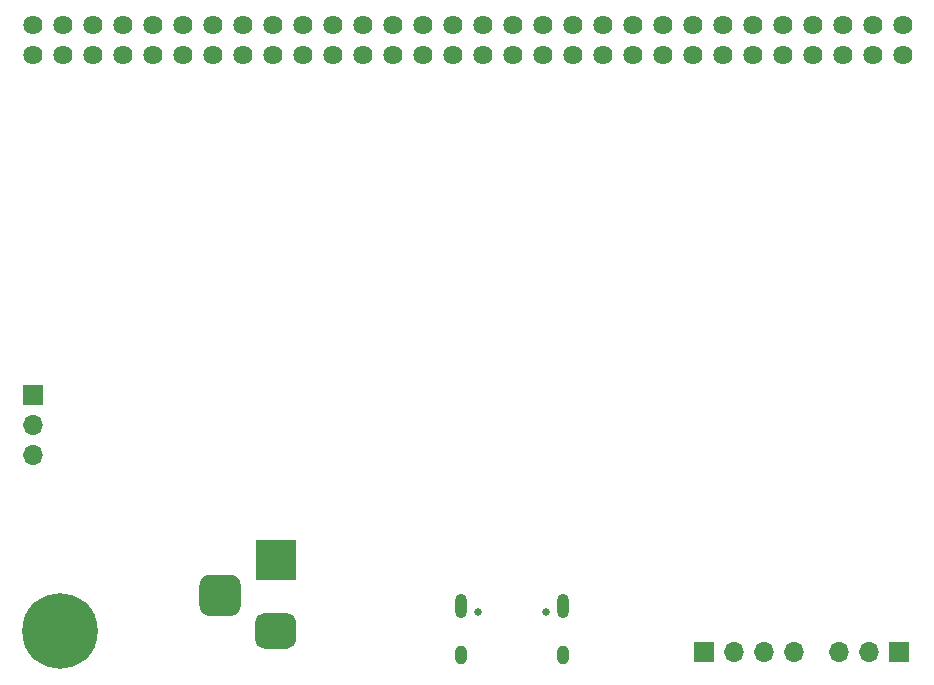
<source format=gbr>
G04 #@! TF.GenerationSoftware,KiCad,Pcbnew,(5.1.9-0-10_14)*
G04 #@! TF.CreationDate,2021-03-16T19:17:09+01:00*
G04 #@! TF.ProjectId,cflipclock_rev_a,63666c69-7063-46c6-9f63-6b5f7265765f,rev?*
G04 #@! TF.SameCoordinates,Original*
G04 #@! TF.FileFunction,Soldermask,Bot*
G04 #@! TF.FilePolarity,Negative*
%FSLAX46Y46*%
G04 Gerber Fmt 4.6, Leading zero omitted, Abs format (unit mm)*
G04 Created by KiCad (PCBNEW (5.1.9-0-10_14)) date 2021-03-16 19:17:09*
%MOMM*%
%LPD*%
G01*
G04 APERTURE LIST*
%ADD10O,1.700000X1.700000*%
%ADD11R,1.700000X1.700000*%
%ADD12R,3.500000X3.500000*%
%ADD13C,0.800000*%
%ADD14C,6.400000*%
%ADD15C,1.625600*%
%ADD16O,1.000000X2.100000*%
%ADD17C,0.650000*%
%ADD18O,1.000000X1.600000*%
G04 APERTURE END LIST*
D10*
X179670000Y-121750000D03*
X182210000Y-121750000D03*
D11*
X184750000Y-121750000D03*
D10*
X111500000Y-105080000D03*
X111500000Y-102540000D03*
D11*
X111500000Y-100000000D03*
D10*
X175870000Y-121750000D03*
X173330000Y-121750000D03*
X170790000Y-121750000D03*
D11*
X168250000Y-121750000D03*
G36*
G01*
X128175000Y-118750000D02*
X126425000Y-118750000D01*
G75*
G02*
X125550000Y-117875000I0J875000D01*
G01*
X125550000Y-116125000D01*
G75*
G02*
X126425000Y-115250000I875000J0D01*
G01*
X128175000Y-115250000D01*
G75*
G02*
X129050000Y-116125000I0J-875000D01*
G01*
X129050000Y-117875000D01*
G75*
G02*
X128175000Y-118750000I-875000J0D01*
G01*
G37*
G36*
G01*
X133000000Y-121500000D02*
X131000000Y-121500000D01*
G75*
G02*
X130250000Y-120750000I0J750000D01*
G01*
X130250000Y-119250000D01*
G75*
G02*
X131000000Y-118500000I750000J0D01*
G01*
X133000000Y-118500000D01*
G75*
G02*
X133750000Y-119250000I0J-750000D01*
G01*
X133750000Y-120750000D01*
G75*
G02*
X133000000Y-121500000I-750000J0D01*
G01*
G37*
D12*
X132000000Y-114000000D03*
D13*
X115447056Y-118302944D03*
X113750000Y-117600000D03*
X112052944Y-118302944D03*
X111350000Y-120000000D03*
X112052944Y-121697056D03*
X113750000Y-122400000D03*
X115447056Y-121697056D03*
X116150000Y-120000000D03*
D14*
X113750000Y-120000000D03*
D15*
X111441100Y-71273600D03*
X111441100Y-68733600D03*
X113981100Y-71273600D03*
X113981100Y-68733600D03*
X116521100Y-71273600D03*
X116521100Y-68733600D03*
X119061100Y-71273600D03*
X119061100Y-68733600D03*
X121601100Y-71273600D03*
X121601100Y-68733600D03*
X124141100Y-71273600D03*
X124141100Y-68733600D03*
X126681100Y-71273600D03*
X126681100Y-68733600D03*
X129221100Y-71273600D03*
X129221100Y-68733600D03*
X131761100Y-71273600D03*
X131761100Y-68733600D03*
X134301100Y-71273600D03*
X134301100Y-68733600D03*
X136841100Y-71273600D03*
X136841100Y-68733600D03*
X139381100Y-71273600D03*
X139381100Y-68733600D03*
X141921100Y-71273600D03*
X141921100Y-68733600D03*
X144461100Y-71273600D03*
X144461100Y-68733600D03*
X147001100Y-71273600D03*
X147001100Y-68733600D03*
X149541100Y-71273600D03*
X149541100Y-68733600D03*
X152081100Y-71273600D03*
X152081100Y-68733600D03*
X154621100Y-71273600D03*
X154621100Y-68733600D03*
X157161100Y-71273600D03*
X157161100Y-68733600D03*
X159701100Y-71273600D03*
X159701100Y-68733600D03*
X162241100Y-71273600D03*
X162241100Y-68733600D03*
X164781100Y-71273600D03*
X164781100Y-68733600D03*
X167321100Y-71273600D03*
X167321100Y-68733600D03*
X169861100Y-71273600D03*
X169861100Y-68733600D03*
X172401100Y-71273600D03*
X172401100Y-68733600D03*
X174941100Y-71273600D03*
X174941100Y-68733600D03*
X177481100Y-71273600D03*
X177481100Y-68733600D03*
X180021100Y-71273600D03*
X180021100Y-68733600D03*
X182561100Y-71273600D03*
X182561100Y-68733600D03*
X185101100Y-71273600D03*
X185101100Y-68733600D03*
D16*
X156320000Y-117870000D03*
X147680000Y-117870000D03*
D17*
X149110000Y-118400000D03*
D18*
X147680000Y-122050000D03*
D17*
X154890000Y-118400000D03*
D18*
X156320000Y-122050000D03*
M02*

</source>
